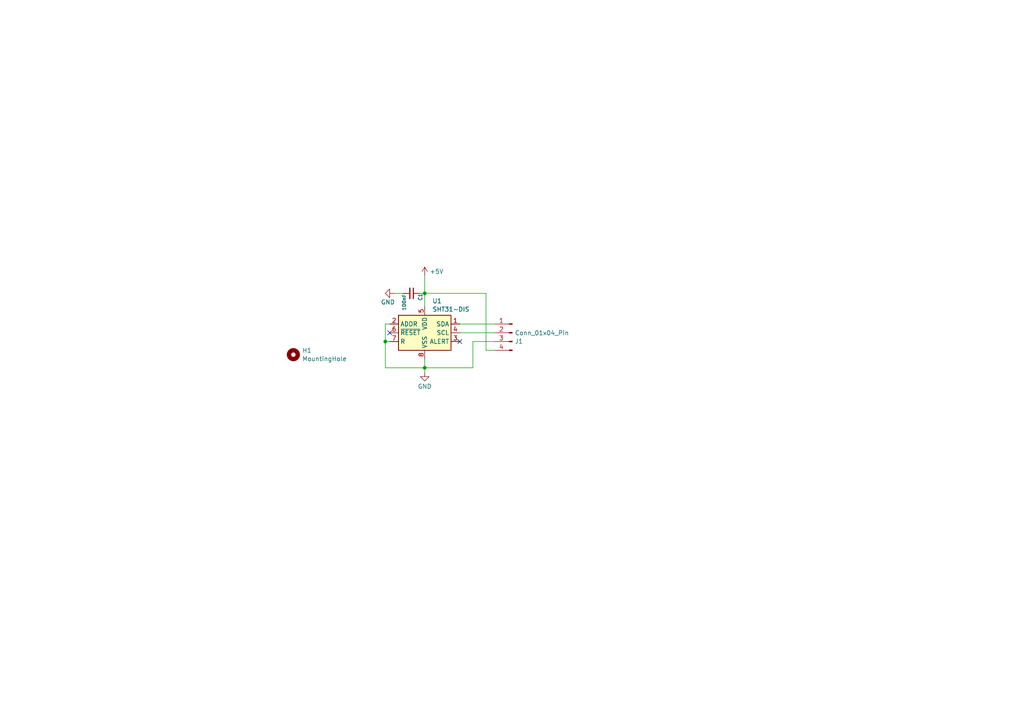
<source format=kicad_sch>
(kicad_sch (version 20231120) (generator "eeschema") (generator_version "8.0")
  (paper "A4")
  (lib_symbols
    (symbol "Connector:Conn_01x04_Pin" (pin_names (offset 1.016) hide)
      (property "Reference" "J" (at 0 5.08 0))
      (property "Value" "Conn_01x04_Pin" (at 0 -7.62 0))
      (symbol "Conn_01x04_Pin_1_1"
        (polyline (pts (xy 1.27 -5.08) (xy 0.8636 -5.08)) (stroke (width 0.1524)))
        (polyline (pts (xy 1.27 -2.54) (xy 0.8636 -2.54)) (stroke (width 0.1524)))
        (polyline (pts (xy 1.27 0) (xy 0.8636 0)) (stroke (width 0.1524)))
        (polyline (pts (xy 1.27 2.54) (xy 0.8636 2.54)) (stroke (width 0.1524)))
        (rectangle (start 0.8636 -4.953) (end 0 -5.207) (stroke (width 0.1524)) (fill (type outline)))
        (rectangle (start 0.8636 -2.413) (end 0 -2.667) (stroke (width 0.1524)) (fill (type outline)))
        (rectangle (start 0.8636 0.127) (end 0 -0.127) (stroke (width 0.1524)) (fill (type outline)))
        (rectangle (start 0.8636 2.667) (end 0 2.413) (stroke (width 0.1524)) (fill (type outline)))
        (pin passive line (at 5.08 2.54 180) (length 3.81) (name "Pin_1") (number "1"))
        (pin passive line (at 5.08 0 180) (length 3.81) (name "Pin_2") (number "2"))
        (pin passive line (at 5.08 -2.54 180) (length 3.81) (name "Pin_3") (number "3"))
        (pin passive line (at 5.08 -5.08 180) (length 3.81) (name "Pin_4") (number "4"))
      )
    )
    (symbol "Device:C_Small" (pin_numbers hide) (pin_names (offset 0.254) hide)
      (property "Reference" "C" (at 0.254 1.778 0))
      (property "Value" "C_Small" (at 0.254 -2.032 0))
      (symbol "C_Small_0_1"
        (polyline (pts (xy -1.524 -0.508) (xy 1.524 -0.508)) (stroke (width 0.3302)))
        (polyline (pts (xy -1.524 0.508) (xy 1.524 0.508)) (stroke (width 0.3048)))
      )
      (symbol "C_Small_1_1"
        (pin passive line (at 0 2.54 270) (length 2.032) (name "~") (number "1"))
        (pin passive line (at 0 -2.54 90) (length 2.032) (name "~") (number "2"))
      )
    )
    (symbol "Mechanical:MountingHole" (pin_names (offset 1.016)) (exclude_from_sim yes) (in_bom no)
      (property "Reference" "H" (at 0 5.08 0))
      (property "Value" "MountingHole" (at 0 3.175 0))
      (symbol "MountingHole_0_1"
        (circle (center 0 0) (radius 1.27) (stroke (width 1.27)))
      )
    )
    (symbol "Sensor_Humidity:SHT31-DIS"
      (property "Reference" "U" (at -6.35 6.35 0))
      (property "Value" "SHT31-DIS" (at 6.35 6.35 0))
      (symbol "SHT31-DIS_0_1"
        (rectangle (start -7.62 5.08) (end 7.62 -5.08) (stroke (width 0.254)) (fill (type background)))
      )
      (symbol "SHT31-DIS_1_1"
        (pin bidirectional line (at 10.16 2.54 180) (length 2.54) (name "SDA") (number "1"))
        (pin input line (at -10.16 2.54 0) (length 2.54) (name "ADDR") (number "2"))
        (pin output line (at 10.16 -2.54 180) (length 2.54) (name "ALERT") (number "3"))
        (pin input line (at 10.16 0 180) (length 2.54) (name "SCL") (number "4"))
        (pin power_in line (at 0 7.62 270) (length 2.54) (name "VDD") (number "5"))
        (pin input line (at -10.16 0 0) (length 2.54) (name "~{RESET}") (number "6"))
        (pin passive line (at -10.16 -2.54 0) (length 2.54) (name "R") (number "7"))
        (pin power_in line (at 0 -7.62 90) (length 2.54) (name "VSS") (number "8"))
        (pin passive line (at 0 -7.62 90) (length 2.54) hide (name "VSS") (number "9"))
      )
    )
    (symbol "power:+5V" (power) (pin_numbers hide) (pin_names (offset 0) hide)
      (property "Value" "+5V" (at 0 3.556 0))
      (symbol "+5V_0_1"
        (polyline (pts (xy -0.762 1.27) (xy 0 2.54)))
        (polyline (pts (xy 0 0) (xy 0 2.54)))
        (polyline (pts (xy 0 2.54) (xy 0.762 1.27)))
      )
      (symbol "+5V_1_1"
        (pin power_in line (at 0 0 90) (length 0) (name "~") (number "1"))
      )
    )
    (symbol "power:GND" (power) (pin_numbers hide) (pin_names (offset 0) hide)
      (property "Value" "GND" (at 0 -3.81 0))
      (symbol "GND_0_1"
        (polyline (pts (xy 0 0) (xy 0 -1.27) (xy 1.27 -1.27) (xy 0 -2.54) (xy -1.27 -1.27) (xy 0 -1.27)))
      )
      (symbol "GND_1_1"
        (pin power_in line (at 0 0 270) (length 0) (name "~") (number "1"))
      )
    )
  )
  (junction (at 123.19 106.68))
  (junction (at 111.76 99.06))
  (junction (at 123.19 85.09))
  (no_connect (at 133.35 99.06))
  (no_connect (at 113.03 96.52))
  (wire (pts (xy 123.19 85.09) (xy 123.19 88.9)))
  (wire (pts (xy 113.03 93.98) (xy 111.76 93.98)))
  (wire (pts (xy 123.19 106.68) (xy 123.19 107.95)))
  (wire (pts (xy 140.97 101.6) (xy 140.97 85.09)))
  (wire (pts (xy 123.19 85.09) (xy 121.92 85.09)))
  (wire (pts (xy 113.03 99.06) (xy 111.76 99.06)))
  (wire (pts (xy 111.76 99.06) (xy 111.76 106.68)))
  (wire (pts (xy 123.19 80.01) (xy 123.19 85.09)))
  (wire (pts (xy 143.51 101.6) (xy 140.97 101.6)))
  (wire (pts (xy 123.19 106.68) (xy 123.19 104.14)))
  (wire (pts (xy 123.19 85.09) (xy 140.97 85.09)))
  (wire (pts (xy 111.76 93.98) (xy 111.76 99.06)))
  (wire (pts (xy 116.84 85.09) (xy 114.3 85.09)))
  (wire (pts (xy 137.16 106.68) (xy 123.19 106.68)))
  (wire (pts (xy 133.35 96.52) (xy 143.51 96.52)))
  (wire (pts (xy 111.76 106.68) (xy 123.19 106.68)))
  (wire (pts (xy 137.16 99.06) (xy 137.16 106.68)))
  (wire (pts (xy 143.51 99.06) (xy 137.16 99.06)))
  (wire (pts (xy 133.35 93.98) (xy 143.51 93.98)))
  (symbol (lib_id "power:GND") (at 114.3 85.09 270) (unit 1)
    (property "Reference" "#PWR02" (effects (hide yes)))
    (property "Value" "GND" (at 114.554 87.63 90) (effects (justify right)))
    (property "Description" "Power symbol creates a global label with name \"GND\" , ground" (effects (hide yes)))
  )
  (symbol (lib_id "Sensor_Humidity:SHT31-DIS") (at 123.19 96.52 0) (unit 1)
    (property "Reference" "U1" (at 125.3841 87.2955 0) (effects (justify left)))
    (property "Value" "SHT31-DIS" (at 125.3841 89.7198 0) (effects (justify left)))
    (property "Footprint" "Sensor_Humidity:Sensirion_DFN-8-1EP_2.5x2.5mm_P0.5mm_EP1.1x1.7mm" (effects (hide yes)))
    (property "Datasheet" "https://www.sensirion.com/fileadmin/user_upload/customers/sensirion/Dokumente/2_Humidity_Sensors/Datasheets/Sensirion_Humidity_Sensors_SHT3x_Datasheet_digital.pdf" (effects (hide yes)))
    (property "Description" "I²C humidity and temperature sensor, ±2%RH, ±0.2°C, DFN-8" (effects (hide yes)))
    (property "P/N" "SHT31-DIS-B" (effects (hide yes)))
  )
  (symbol (lib_id "power:GND") (at 123.19 107.95 0) (unit 1)
    (property "Reference" "#PWR03" (effects (hide yes)))
    (property "Value" "GND" (at 123.19 112.0831 0))
    (property "Description" "Power symbol creates a global label with name \"GND\" , ground" (effects (hide yes)))
  )
  (symbol (lib_id "power:+5V") (at 123.19 80.01 0) (unit 1)
    (property "Reference" "#PWR01" (effects (hide yes)))
    (property "Value" "+5V" (at 124.587 78.74 0) (effects (justify left)))
    (property "Description" "Power symbol creates a global label with name \"+5V\"" (effects (hide yes)))
  )
  (symbol (lib_id "Mechanical:MountingHole") (at 85.09 102.87 0) (unit 1) (exclude_from_sim yes) (in_bom no)
    (property "Reference" "H1" (at 87.63 101.6578 0) (effects (justify left)))
    (property "Value" "MountingHole" (at 87.63 104.0821 0) (effects (justify left)))
    (property "Footprint" "MountingHole:MountingHole_3.2mm_M3" (effects (hide yes)))
    (property "Description" "Mounting Hole without connection" (effects (hide yes)))
  )
  (symbol (lib_id "Connector:Conn_01x04_Pin") (at 148.59 96.52 0) (mirror y) (unit 1)
    (property "Reference" "J1" (at 149.3012 99.0022 0) (effects (justify right)))
    (property "Value" "Conn_01x04_Pin" (at 149.3012 96.5779 0) (effects (justify right)))
    (property "Footprint" "Connector_Wire:SolderWire-0.1sqmm_1x04_P3.6mm_D0.4mm_OD1mm_Relief" (effects (hide yes)))
    (property "Description" "Generic connector, single row, 01x04, script generated" (effects (hide yes)))
  )
  (symbol (lib_id "Device:C_Small") (at 119.38 85.09 270) (unit 1)
    (property "Reference" "C1" (at 121.92 85.09 0) (effects (font (size 1.016 1.016)) (justify left)))
    (property "Value" "100nF" (at 117.221 85.2424 0) (effects (font (size 1.016 1.016)) (justify left)))
    (property "Footprint" "Capacitor_SMD:C_0603_1608Metric_Pad1.08x0.95mm_HandSolder" (effects (hide yes)))
    (property "Description" "Unpolarized capacitor, small symbol" (effects (hide yes)))
    (property "P/N" "stock" (effects (hide yes)))
  )
)
</source>
